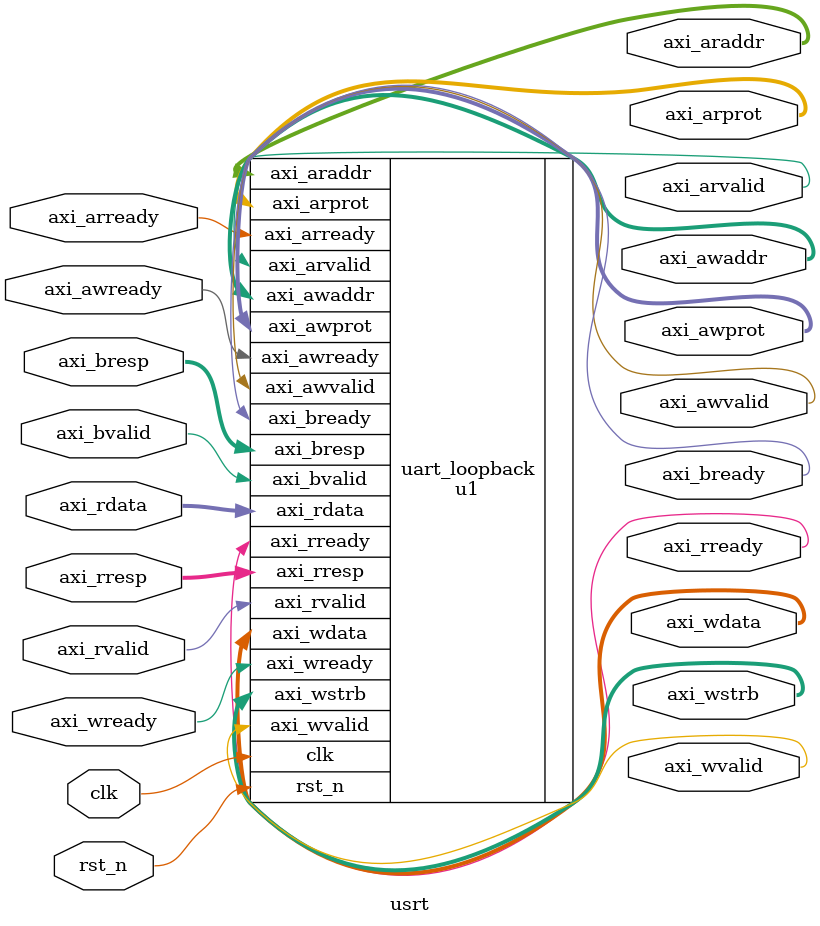
<source format=v>
`default_nettype none


module usrt #(parameter base_addr = 32'h0000_0000) (
	input wire  clk,    // Clock
	input wire rst_n,  // Asynchronous reset active lo

	// AXI4-lite master memory interface
    output wire                      axi_awvalid,
    input  wire                       axi_awready,
    output wire [31:0]              	 axi_awaddr,
    output wire [2:0]                 axi_awprot,

    output wire                      axi_wvalid,
    input  wire                       axi_wready,
    output wire [31:0]                axi_wdata,
    output wire [3:0]                 axi_wstrb,

    input  wire                       axi_bvalid,
    output wire                      axi_bready,
    input  wire [1:0]                 axi_bresp,

    output wire                      axi_arvalid,
    input wire                       axi_arready,
    output wire [31:0]                axi_araddr,
    output wire [2:0]                 axi_arprot,

    input wire                       axi_rvalid,
    output wire                       axi_rready,
	input wire [31:0]       		axi_rdata,
    input wire [1:0]                 axi_rresp
);

u1 #(.base_addr(base_addr)) uart_loopback  (
	.clk        (clk        ),
	.rst_n      (rst_n      ),
	.axi_awvalid(axi_awvalid),
	.axi_awready(axi_awready),
	.axi_awaddr (axi_awaddr ),
	.axi_awprot (axi_awprot ),
	.axi_wvalid (axi_wvalid ),
	.axi_wready (axi_wready ),
	.axi_wdata  (axi_wdata  ),
	.axi_wstrb  (axi_wstrb  ),
	.axi_bvalid (axi_bvalid ),
	.axi_bready (axi_bready ),
	.axi_bresp  (axi_bresp  ),
	.axi_arvalid(axi_arvalid),
	.axi_arready(axi_arready),
	.axi_araddr (axi_araddr ),
	.axi_arprot (axi_arprot ),
	.axi_rvalid (axi_rvalid ),
	.axi_rready (axi_rready ),
	.axi_rdata  (axi_rdata  ),
	.axi_rresp  (axi_rresp  )
);


endmodule


`default_nettype wire
</source>
